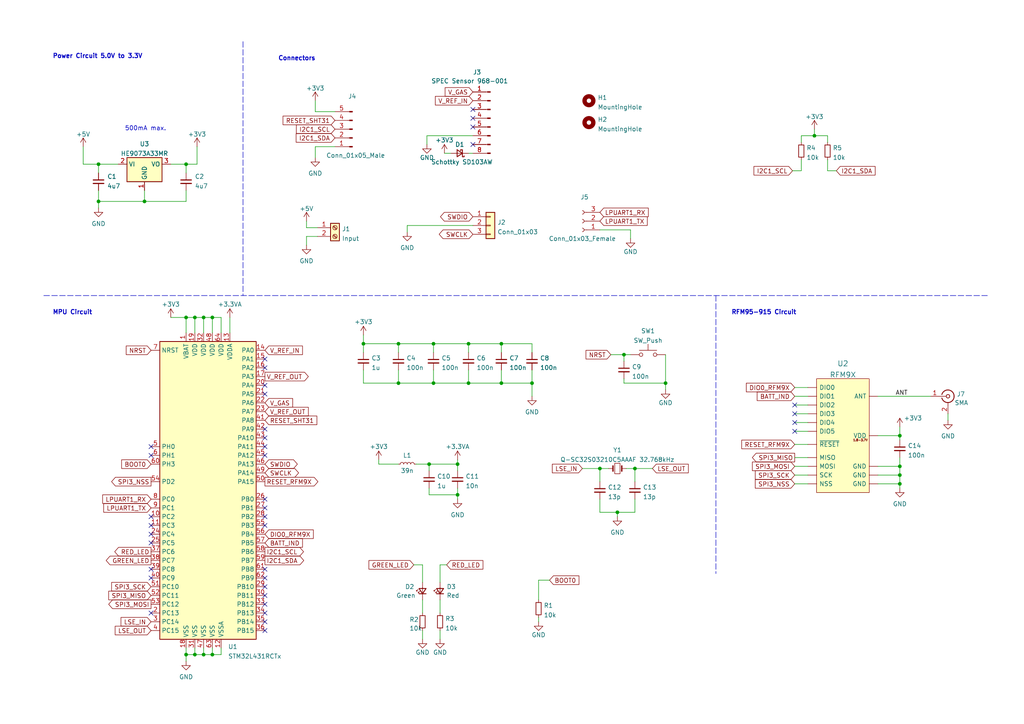
<source format=kicad_sch>
(kicad_sch (version 20211123) (generator eeschema)
  (paper "A4")
  (title_block (title "Diseño PCB Nodo Sensor Version 2.0") (date "2022-09-13") (company "UTEC"))
  (lib_symbols
    (symbol "Connector:Conn_01x03_Female" (pin_names (offset 1.016) hide)
      (property "Reference" "J" (at 0 5.08 0))
      (property "Value" "Conn_01x03_Female" (at 0 -5.08 0))
      (symbol "Conn_01x03_Female_1_1"
        (arc (start 0 -2.032) (mid -0.508 -2.54) (end 0 -3.048) (stroke (width 0.1524)))
        (polyline (pts (xy -1.27 -2.54) (xy -0.508 -2.54)) (stroke (width 0.1524)))
        (polyline (pts (xy -1.27 0) (xy -0.508 0)) (stroke (width 0.1524)))
        (polyline (pts (xy -1.27 2.54) (xy -0.508 2.54)) (stroke (width 0.1524)))
        (arc (start 0 0.508) (mid -0.508 0) (end 0 -0.508) (stroke (width 0.1524)))
        (arc (start 0 3.048) (mid -0.508 2.54) (end 0 2.032) (stroke (width 0.1524)))
        (pin passive line (at -5.08 2.54 0) (length 3.81) (name "Pin_1") (number "1"))
        (pin passive line (at -5.08 0 0) (length 3.81) (name "Pin_2") (number "2"))
        (pin passive line (at -5.08 -2.54 0) (length 3.81) (name "Pin_3") (number "3"))
      )
    )
    (symbol "Connector:Conn_01x05_Male" (pin_names (offset 1.016) hide)
      (property "Reference" "J" (at 0 7.62 0))
      (property "Value" "Conn_01x05_Male" (at 0 -7.62 0))
      (symbol "Conn_01x05_Male_1_1"
        (polyline (pts (xy 1.27 -5.08) (xy 0.8636 -5.08)) (stroke (width 0.1524)))
        (polyline (pts (xy 1.27 -2.54) (xy 0.8636 -2.54)) (stroke (width 0.1524)))
        (polyline (pts (xy 1.27 0) (xy 0.8636 0)) (stroke (width 0.1524)))
        (polyline (pts (xy 1.27 2.54) (xy 0.8636 2.54)) (stroke (width 0.1524)))
        (polyline (pts (xy 1.27 5.08) (xy 0.8636 5.08)) (stroke (width 0.1524)))
        (rectangle (start 0.8636 -4.953) (end 0 -5.207) (stroke (width 0.1524)) (fill (type outline)))
        (rectangle (start 0.8636 -2.413) (end 0 -2.667) (stroke (width 0.1524)) (fill (type outline)))
        (rectangle (start 0.8636 0.127) (end 0 -0.127) (stroke (width 0.1524)) (fill (type outline)))
        (rectangle (start 0.8636 2.667) (end 0 2.413) (stroke (width 0.1524)) (fill (type outline)))
        (rectangle (start 0.8636 5.207) (end 0 4.953) (stroke (width 0.1524)) (fill (type outline)))
        (pin passive line (at 5.08 5.08 180) (length 3.81) (name "Pin_1") (number "1"))
        (pin passive line (at 5.08 2.54 180) (length 3.81) (name "Pin_2") (number "2"))
        (pin passive line (at 5.08 0 180) (length 3.81) (name "Pin_3") (number "3"))
        (pin passive line (at 5.08 -2.54 180) (length 3.81) (name "Pin_4") (number "4"))
        (pin passive line (at 5.08 -5.08 180) (length 3.81) (name "Pin_5") (number "5"))
      )
    )
    (symbol "Connector:Conn_01x08_Male" (pin_names (offset 1.016) hide)
      (property "Reference" "J" (at 0 10.16 0))
      (property "Value" "Conn_01x08_Male" (at 0 -12.7 0))
      (symbol "Conn_01x08_Male_1_1"
        (polyline (pts (xy 1.27 -10.16) (xy 0.8636 -10.16)) (stroke (width 0.1524)))
        (polyline (pts (xy 1.27 -7.62) (xy 0.8636 -7.62)) (stroke (width 0.1524)))
        (polyline (pts (xy 1.27 -5.08) (xy 0.8636 -5.08)) (stroke (width 0.1524)))
        (polyline (pts (xy 1.27 -2.54) (xy 0.8636 -2.54)) (stroke (width 0.1524)))
        (polyline (pts (xy 1.27 0) (xy 0.8636 0)) (stroke (width 0.1524)))
        (polyline (pts (xy 1.27 2.54) (xy 0.8636 2.54)) (stroke (width 0.1524)))
        (polyline (pts (xy 1.27 5.08) (xy 0.8636 5.08)) (stroke (width 0.1524)))
        (polyline (pts (xy 1.27 7.62) (xy 0.8636 7.62)) (stroke (width 0.1524)))
        (rectangle (start 0.8636 -10.033) (end 0 -10.287) (stroke (width 0.1524)) (fill (type outline)))
        (rectangle (start 0.8636 -7.493) (end 0 -7.747) (stroke (width 0.1524)) (fill (type outline)))
        (rectangle (start 0.8636 -4.953) (end 0 -5.207) (stroke (width 0.1524)) (fill (type outline)))
        (rectangle (start 0.8636 -2.413) (end 0 -2.667) (stroke (width 0.1524)) (fill (type outline)))
        (rectangle (start 0.8636 0.127) (end 0 -0.127) (stroke (width 0.1524)) (fill (type outline)))
        (rectangle (start 0.8636 2.667) (end 0 2.413) (stroke (width 0.1524)) (fill (type outline)))
        (rectangle (start 0.8636 5.207) (end 0 4.953) (stroke (width 0.1524)) (fill (type outline)))
        (rectangle (start 0.8636 7.747) (end 0 7.493) (stroke (width 0.1524)) (fill (type outline)))
        (pin passive line (at 5.08 7.62 180) (length 3.81) (name "Pin_1") (number "1"))
        (pin passive line (at 5.08 5.08 180) (length 3.81) (name "Pin_2") (number "2"))
        (pin passive line (at 5.08 2.54 180) (length 3.81) (name "Pin_3") (number "3"))
        (pin passive line (at 5.08 0 180) (length 3.81) (name "Pin_4") (number "4"))
        (pin passive line (at 5.08 -2.54 180) (length 3.81) (name "Pin_5") (number "5"))
        (pin passive line (at 5.08 -5.08 180) (length 3.81) (name "Pin_6") (number "6"))
        (pin passive line (at 5.08 -7.62 180) (length 3.81) (name "Pin_7") (number "7"))
        (pin passive line (at 5.08 -10.16 180) (length 3.81) (name "Pin_8") (number "8"))
      )
    )
    (symbol "Connector:Conn_Coaxial" (pin_names (offset 1.016) hide)
      (property "Reference" "J" (at 0.254 3.048 0))
      (property "Value" "Conn_Coaxial" (at 2.921 0 90))
      (symbol "Conn_Coaxial_0_1"
        (arc (start -1.778 -0.508) (mid 0.222 -1.808) (end 1.778 0) (stroke (width 0.254)))
        (polyline (pts (xy -2.54 0) (xy -0.508 0)))
        (polyline (pts (xy 0 -2.54) (xy 0 -1.778)))
        (circle (center 0 0) (radius 0.508) (stroke (width 0.2032)))
        (arc (start 1.778 0) (mid 0.222 1.8083) (end -1.778 0.508) (stroke (width 0.254)))
      )
      (symbol "Conn_Coaxial_1_1"
        (pin passive line (at -5.08 0 0) (length 2.54) (name "In") (number "1"))
        (pin passive line (at 0 -5.08 90) (length 2.54) (name "Ext") (number "2"))
      )
    )
    (symbol "Connector:Screw_Terminal_01x02" (pin_names (offset 1.016) hide)
      (property "Reference" "J" (at 0 2.54 0))
      (property "Value" "Screw_Terminal_01x02" (at 0 -5.08 0))
      (symbol "Screw_Terminal_01x02_1_1"
        (rectangle (start -1.27 1.27) (end 1.27 -3.81) (stroke (width 0.254)) (fill (type background)))
        (circle (center 0 -2.54) (radius 0.635) (stroke (width 0.1524)))
        (polyline (pts (xy -0.5334 -2.2098) (xy 0.3302 -3.048)) (stroke (width 0.1524)))
        (polyline (pts (xy -0.5334 0.3302) (xy 0.3302 -0.508)) (stroke (width 0.1524)))
        (polyline (pts (xy -0.3556 -2.032) (xy 0.508 -2.8702)) (stroke (width 0.1524)))
        (polyline (pts (xy -0.3556 0.508) (xy 0.508 -0.3302)) (stroke (width 0.1524)))
        (circle (center 0 0) (radius 0.635) (stroke (width 0.1524)))
        (pin passive line (at -5.08 0 0) (length 3.81) (name "Pin_1") (number "1"))
        (pin passive line (at -5.08 -2.54 0) (length 3.81) (name "Pin_2") (number "2"))
      )
    )
    (symbol "Connector_Generic:Conn_01x03" (pin_names (offset 1.016) hide)
      (property "Reference" "J" (at 0 5.08 0))
      (property "Value" "Conn_01x03" (at 0 -5.08 0))
      (symbol "Conn_01x03_1_1"
        (rectangle (start -1.27 -2.413) (end 0 -2.667) (stroke (width 0.1524)))
        (rectangle (start -1.27 0.127) (end 0 -0.127) (stroke (width 0.1524)))
        (rectangle (start -1.27 2.667) (end 0 2.413) (stroke (width 0.1524)))
        (rectangle (start -1.27 3.81) (end 1.27 -3.81) (stroke (width 0.254)) (fill (type background)))
        (pin passive line (at -5.08 2.54 0) (length 3.81) (name "Pin_1") (number "1"))
        (pin passive line (at -5.08 0 0) (length 3.81) (name "Pin_2") (number "2"))
        (pin passive line (at -5.08 -2.54 0) (length 3.81) (name "Pin_3") (number "3"))
      )
    )
    (symbol "Device:C_Small" (pin_numbers hide) (pin_names (offset 0.254) hide)
      (property "Reference" "C" (at 0.254 1.778 0))
      (property "Value" "C_Small" (at 0.254 -2.032 0))
      (symbol "C_Small_0_1"
        (polyline (pts (xy -1.524 -0.508) (xy 1.524 -0.508)) (stroke (width 0.3302)))
        (polyline (pts (xy -1.524 0.508) (xy 1.524 0.508)) (stroke (width 0.3048)))
      )
      (symbol "C_Small_1_1"
        (pin passive line (at 0 2.54 270) (length 2.032) (name "~") (number "1"))
        (pin passive line (at 0 -2.54 90) (length 2.032) (name "~") (number "2"))
      )
    )
    (symbol "Device:Crystal_Small" (pin_numbers hide) (pin_names (offset 1.016) hide)
      (property "Reference" "Y" (at 0 2.54 0))
      (property "Value" "Crystal_Small" (at 0 -2.54 0))
      (symbol "Crystal_Small_0_1"
        (rectangle (start -0.762 -1.524) (end 0.762 1.524))
        (polyline (pts (xy -1.27 -0.762) (xy -1.27 0.762)) (stroke (width 0.381)))
        (polyline (pts (xy 1.27 -0.762) (xy 1.27 0.762)) (stroke (width 0.381)))
      )
      (symbol "Crystal_Small_1_1"
        (pin passive line (at -2.54 0 0) (length 1.27) (name "1") (number "1"))
        (pin passive line (at 2.54 0 180) (length 1.27) (name "2") (number "2"))
      )
    )
    (symbol "Device:D_Schottky_Small" (pin_numbers hide) (pin_names (offset 0.254) hide)
      (property "Reference" "D" (at -1.27 2.032 0))
      (property "Value" "D_Schottky_Small" (at -7.112 -2.032 0))
      (symbol "D_Schottky_Small_0_1"
        (polyline (pts (xy -0.762 0) (xy 0.762 0)))
        (polyline (pts (xy 0.762 -1.016) (xy -0.762 0) (xy 0.762 1.016) (xy 0.762 -1.016)) (stroke (width 0.254)))
        (polyline (pts (xy -1.27 0.762) (xy -1.27 1.016) (xy -0.762 1.016) (xy -0.762 -1.016) (xy -0.254 -1.016) (xy -0.254 -0.762)) (stroke (width 0.254)))
      )
      (symbol "D_Schottky_Small_1_1"
        (pin passive line (at -2.54 0 0) (length 1.778) (name "K") (number "1"))
        (pin passive line (at 2.54 0 180) (length 1.778) (name "A") (number "2"))
      )
    )
    (symbol "Device:LED_Small" (pin_numbers hide) (pin_names (offset 0.254) hide)
      (property "Reference" "D" (at -1.27 3.175 0))
      (property "Value" "LED_Small" (at -4.445 -2.54 0))
      (symbol "LED_Small_0_1"
        (polyline (pts (xy -0.762 -1.016) (xy -0.762 1.016)) (stroke (width 0.254)))
        (polyline (pts (xy 1.016 0) (xy -0.762 0)))
        (polyline (pts (xy 0.762 -1.016) (xy -0.762 0) (xy 0.762 1.016) (xy 0.762 -1.016)) (stroke (width 0.254)))
        (polyline (pts (xy 0 0.762) (xy -0.508 1.27) (xy -0.254 1.27) (xy -0.508 1.27) (xy -0.508 1.016)))
        (polyline (pts (xy 0.508 1.27) (xy 0 1.778) (xy 0.254 1.778) (xy 0 1.778) (xy 0 1.524)))
      )
      (symbol "LED_Small_1_1"
        (pin passive line (at -2.54 0 0) (length 1.778) (name "K") (number "1"))
        (pin passive line (at 2.54 0 180) (length 1.778) (name "A") (number "2"))
      )
    )
    (symbol "Device:L_Small" (pin_numbers hide) (pin_names (offset 0.254) hide)
      (property "Reference" "L" (at 0.762 1.016 0))
      (property "Value" "L_Small" (at 0.762 -1.016 0))
      (symbol "L_Small_0_1"
        (arc (start 0 -2.032) (mid 0.508 -1.524) (end 0 -1.016))
        (arc (start 0 -1.016) (mid 0.508 -0.508) (end 0 0))
        (arc (start 0 0) (mid 0.508 0.508) (end 0 1.016))
        (arc (start 0 1.016) (mid 0.508 1.524) (end 0 2.032))
      )
      (symbol "L_Small_1_1"
        (pin passive line (at 0 2.54 270) (length 0.508) (name "~") (number "1"))
        (pin passive line (at 0 -2.54 90) (length 0.508) (name "~") (number "2"))
      )
    )
    (symbol "Device:R_Small" (pin_numbers hide) (pin_names (offset 0.254) hide)
      (property "Reference" "R" (at 0.762 0.508 0))
      (property "Value" "R_Small" (at 0.762 -1.016 0))
      (symbol "R_Small_0_1"
        (rectangle (start -0.762 1.778) (end 0.762 -1.778) (stroke (width 0.2032)))
      )
      (symbol "R_Small_1_1"
        (pin passive line (at 0 2.54 270) (length 0.762) (name "~") (number "1"))
        (pin passive line (at 0 -2.54 90) (length 0.762) (name "~") (number "2"))
      )
    )
    (symbol "MCU_ST_STM32L4:STM32L431RCTx"
      (property "Reference" "U" (at -15.24 44.45 0))
      (property "Value" "STM32L431RCTx" (at 7.62 44.45 0))
      (symbol "STM32L431RCTx_0_1"
        (rectangle (start -15.24 -43.18) (end 12.7 43.18) (stroke (width 0.254)) (fill (type background)))
      )
      (symbol "STM32L431RCTx_1_1"
        (pin power_in line (at -7.62 45.72 270) (length 2.54) (name "VBAT") (number "1"))
        (pin bidirectional line (at -17.78 -7.62 0) (length 2.54) (name "PC2") (number "10"))
        (pin bidirectional line (at -17.78 -10.16 0) (length 2.54) (name "PC3") (number "11"))
        (pin power_in line (at 2.54 -45.72 90) (length 2.54) (name "VSSA") (number "12"))
        (pin power_in line (at 5.08 45.72 270) (length 2.54) (name "VDDA") (number "13"))
        (pin bidirectional line (at 15.24 40.64 180) (length 2.54) (name "PA0") (number "14"))
        (pin bidirectional line (at 15.24 38.1 180) (length 2.54) (name "PA1") (number "15"))
        (pin bidirectional line (at 15.24 35.56 180) (length 2.54) (name "PA2") (number "16"))
        (pin bidirectional line (at 15.24 33.02 180) (length 2.54) (name "PA3") (number "17"))
        (pin power_in line (at -7.62 -45.72 90) (length 2.54) (name "VSS") (number "18"))
        (pin power_in line (at -5.08 45.72 270) (length 2.54) (name "VDD") (number "19"))
        (pin bidirectional line (at -17.78 -35.56 0) (length 2.54) (name "PC13") (number "2"))
        (pin bidirectional line (at 15.24 30.48 180) (length 2.54) (name "PA4") (number "20"))
        (pin bidirectional line (at 15.24 27.94 180) (length 2.54) (name "PA5") (number "21"))
        (pin bidirectional line (at 15.24 25.4 180) (length 2.54) (name "PA6") (number "22"))
        (pin bidirectional line (at 15.24 22.86 180) (length 2.54) (name "PA7") (number "23"))
        (pin bidirectional line (at -17.78 -12.7 0) (length 2.54) (name "PC4") (number "24"))
        (pin bidirectional line (at -17.78 -15.24 0) (length 2.54) (name "PC5") (number "25"))
        (pin bidirectional line (at 15.24 -2.54 180) (length 2.54) (name "PB0") (number "26"))
        (pin bidirectional line (at 15.24 -5.08 180) (length 2.54) (name "PB1") (number "27"))
        (pin bidirectional line (at 15.24 -7.62 180) (length 2.54) (name "PB2") (number "28"))
        (pin bidirectional line (at 15.24 -27.94 180) (length 2.54) (name "PB10") (number "29"))
        (pin bidirectional line (at -17.78 -38.1 0) (length 2.54) (name "PC14") (number "3"))
        (pin bidirectional line (at 15.24 -30.48 180) (length 2.54) (name "PB11") (number "30"))
        (pin power_in line (at -5.08 -45.72 90) (length 2.54) (name "VSS") (number "31"))
        (pin power_in line (at -2.54 45.72 270) (length 2.54) (name "VDD") (number "32"))
        (pin bidirectional line (at 15.24 -33.02 180) (length 2.54) (name "PB12") (number "33"))
        (pin bidirectional line (at 15.24 -35.56 180) (length 2.54) (name "PB13") (number "34"))
        (pin bidirectional line (at 15.24 -38.1 180) (length 2.54) (name "PB14") (number "35"))
        (pin bidirectional line (at 15.24 -40.64 180) (length 2.54) (name "PB15") (number "36"))
        (pin bidirectional line (at -17.78 -17.78 0) (length 2.54) (name "PC6") (number "37"))
        (pin bidirectional line (at -17.78 -20.32 0) (length 2.54) (name "PC7") (number "38"))
        (pin bidirectional line (at -17.78 -22.86 0) (length 2.54) (name "PC8") (number "39"))
        (pin bidirectional line (at -17.78 -40.64 0) (length 2.54) (name "PC15") (number "4"))
        (pin bidirectional line (at -17.78 -25.4 0) (length 2.54) (name "PC9") (number "40"))
        (pin bidirectional line (at 15.24 20.32 180) (length 2.54) (name "PA8") (number "41"))
        (pin bidirectional line (at 15.24 17.78 180) (length 2.54) (name "PA9") (number "42"))
        (pin bidirectional line (at 15.24 15.24 180) (length 2.54) (name "PA10") (number "43"))
        (pin bidirectional line (at 15.24 12.7 180) (length 2.54) (name "PA11") (number "44"))
        (pin bidirectional line (at 15.24 10.16 180) (length 2.54) (name "PA12") (number "45"))
        (pin bidirectional line (at 15.24 7.62 180) (length 2.54) (name "PA13") (number "46"))
        (pin power_in line (at -2.54 -45.72 90) (length 2.54) (name "VSS") (number "47"))
        (pin power_in line (at 0 45.72 270) (length 2.54) (name "VDD") (number "48"))
        (pin bidirectional line (at 15.24 5.08 180) (length 2.54) (name "PA14") (number "49"))
        (pin input line (at -17.78 12.7 0) (length 2.54) (name "PH0") (number "5"))
        (pin bidirectional line (at 15.24 2.54 180) (length 2.54) (name "PA15") (number "50"))
        (pin bidirectional line (at -17.78 -27.94 0) (length 2.54) (name "PC10") (number "51"))
        (pin bidirectional line (at -17.78 -30.48 0) (length 2.54) (name "PC11") (number "52"))
        (pin bidirectional line (at -17.78 -33.02 0) (length 2.54) (name "PC12") (number "53"))
        (pin bidirectional line (at -17.78 2.54 0) (length 2.54) (name "PD2") (number "54"))
        (pin bidirectional line (at 15.24 -10.16 180) (length 2.54) (name "PB3") (number "55"))
        (pin bidirectional line (at 15.24 -12.7 180) (length 2.54) (name "PB4") (number "56"))
        (pin bidirectional line (at 15.24 -15.24 180) (length 2.54) (name "PB5") (number "57"))
        (pin bidirectional line (at 15.24 -17.78 180) (length 2.54) (name "PB6") (number "58"))
        (pin bidirectional line (at 15.24 -20.32 180) (length 2.54) (name "PB7") (number "59"))
        (pin input line (at -17.78 10.16 0) (length 2.54) (name "PH1") (number "6"))
        (pin bidirectional line (at -17.78 7.62 0) (length 2.54) (name "PH3") (number "60"))
        (pin bidirectional line (at 15.24 -22.86 180) (length 2.54) (name "PB8") (number "61"))
        (pin bidirectional line (at 15.24 -25.4 180) (length 2.54) (name "PB9") (number "62"))
        (pin power_in line (at 0 -45.72 90) (length 2.54) (name "VSS") (number "63"))
        (pin power_in line (at 2.54 45.72 270) (length 2.54) (name "VDD") (number "64"))
        (pin input line (at -17.78 40.64 0) (length 2.54) (name "NRST") (number "7"))
        (pin bidirectional line (at -17.78 -2.54 0) (length 2.54) (name "PC0") (number "8"))
        (pin bidirectional line (at -17.78 -5.08 0) (length 2.54) (name "PC1") (number "9"))
      )
    )
    (symbol "Mechanical:MountingHole" (pin_names (offset 1.016))
      (property "Reference" "H" (at 0 5.08 0))
      (property "Value" "MountingHole" (at 0 3.175 0))
      (symbol "MountingHole_0_1"
        (circle (center 0 0) (radius 1.27) (stroke (width 1.27)))
      )
    )
    (symbol "RFM9X:RFM9X" (pin_numbers hide) (pin_names (offset 0.762))
      (property "Reference" "U" (at 0 -17.78 0))
      (property "Value" "RFM9X" (at 0 17.78 0))
      (symbol "RFM9X_0_0"
        (text "1.8-3.7V" (at 5.08 -1.27 0) (effects (font (size 0.6096 0.6096))))
      )
      (symbol "RFM9X_0_1"
        (rectangle (start -7.62 16.51) (end 7.62 -16.51) (fill (type background)))
      )
      (symbol "RFM9X_1_1"
        (pin power_in line (at 10.16 -8.89 180) (length 2.54) (name "GND") (number "1"))
        (pin bidirectional line (at -10.16 11.43 0) (length 2.54) (name "DIO1") (number "10"))
        (pin bidirectional line (at -10.16 13.97 0) (length 2.54) (name "DIO0") (number "11"))
        (pin power_in line (at 10.16 0 180) (length 2.54) (name "VDD") (number "12"))
        (pin bidirectional line (at -10.16 3.81 0) (length 2.54) (name "DIO4") (number "13"))
        (pin bidirectional line (at -10.16 6.35 0) (length 2.54) (name "DIO3") (number "14"))
        (pin power_in line (at 10.16 -13.97 180) (length 2.54) (name "GND") (number "15"))
        (pin output line (at 10.16 11.43 180) (length 2.54) (name "ANT") (number "16"))
        (pin output line (at -10.16 -6.35 0) (length 2.54) (name "MISO") (number "2"))
        (pin input line (at -10.16 -8.89 0) (length 2.54) (name "MOSI") (number "3"))
        (pin input line (at -10.16 -11.43 0) (length 2.54) (name "SCK") (number "4"))
        (pin input line (at -10.16 -13.97 0) (length 2.54) (name "NSS") (number "5"))
        (pin input line (at -10.16 -2.54 0) (length 2.54) (name "~{RESET}") (number "6"))
        (pin bidirectional line (at -10.16 1.27 0) (length 2.54) (name "DIO5") (number "7"))
        (pin power_in line (at 10.16 -11.43 180) (length 2.54) (name "GND") (number "8"))
        (pin bidirectional line (at -10.16 8.89 0) (length 2.54) (name "DIO2") (number "9"))
      )
    )
    (symbol "Regulator_Linear:MCP1754S-5002xCB"
      (property "Reference" "U?" (at 0 5.8715 0))
      (property "Value" "MCP1754S-5002xCB" (at 0 3.0964 0))
      (symbol "MCP1754S-5002xCB_0_1"
        (rectangle (start -5.08 -5.08) (end 5.08 1.905) (stroke (width 0.254)) (fill (type background)))
      )
      (symbol "MCP1754S-5002xCB_1_1"
        (pin power_in line (at 0 -7.62 90) (length 2.54) (name "GND") (number "1"))
        (pin power_in line (at -7.62 0 0) (length 2.54) (name "VI") (number "2"))
        (pin power_out line (at 7.62 0 180) (length 2.54) (name "VO") (number "3"))
      )
    )
    (symbol "Switch:SW_Push" (pin_numbers hide) (pin_names (offset 1.016) hide)
      (property "Reference" "SW" (at 1.27 2.54 0))
      (property "Value" "SW_Push" (at 0 -1.524 0))
      (symbol "SW_Push_0_1"
        (circle (center -2.032 0) (radius 0.508))
        (polyline (pts (xy 0 1.27) (xy 0 3.048)))
        (polyline (pts (xy 2.54 1.27) (xy -2.54 1.27)))
        (circle (center 2.032 0) (radius 0.508))
        (pin passive line (at -5.08 0 0) (length 2.54) (name "1") (number "1"))
        (pin passive line (at 5.08 0 180) (length 2.54) (name "2") (number "2"))
      )
    )
    (symbol "power:+3.3V" (power) (pin_names (offset 0))
      (property "Value" "+3.3V" (at 0 3.556 0))
      (symbol "+3.3V_0_1"
        (polyline (pts (xy -0.762 1.27) (xy 0 2.54)))
        (polyline (pts (xy 0 0) (xy 0 2.54)))
        (polyline (pts (xy 0 2.54) (xy 0.762 1.27)))
      )
      (symbol "+3.3V_1_1"
        (pin power_in line (at 0 0 90) (length 0) hide (name "+3V3") (number "1"))
      )
    )
    (symbol "power:+3.3VA" (power) (pin_names (offset 0))
      (property "Value" "+3.3VA" (at 0 3.556 0))
      (symbol "+3.3VA_0_1"
        (polyline (pts (xy -0.762 1.27) (xy 0 2.54)))
        (polyline (pts (xy 0 0) (xy 0 2.54)))
        (polyline (pts (xy 0 2.54) (xy 0.762 1.27)))
      )
      (symbol "+3.3VA_1_1"
        (pin power_in line (at 0 0 90) (length 0) hide (name "+3.3VA") (number "1"))
      )
    )
    (symbol "power:+3V3" (power) (pin_names (offset 0))
      (property "Value" "+3V3" (at 0 3.556 0))
      (symbol "+3V3_0_1"
        (polyline (pts (xy -0.762 1.27) (xy 0 2.54)))
        (polyline (pts (xy 0 0) (xy 0 2.54)))
        (polyline (pts (xy 0 2.54) (xy 0.762 1.27)))
      )
      (symbol "+3V3_1_1"
        (pin power_in line (at 0 0 90) (length 0) hide (name "+3V3") (number "1"))
      )
    )
    (symbol "power:+5V" (power) (pin_names (offset 0))
      (property "Value" "+5V" (at 0 3.556 0))
      (symbol "+5V_0_1"
        (polyline (pts (xy -0.762 1.27) (xy 0 2.54)))
        (polyline (pts (xy 0 0) (xy 0 2.54)))
        (polyline (pts (xy 0 2.54) (xy 0.762 1.27)))
      )
      (symbol "+5V_1_1"
        (pin power_in line (at 0 0 90) (length 0) hide (name "+5V") (number "1"))
      )
    )
    (symbol "power:GND" (power) (pin_names (offset 0))
      (property "Value" "GND" (at 0 -3.81 0))
      (symbol "GND_0_1"
        (polyline (pts (xy 0 0) (xy 0 -1.27) (xy 1.27 -1.27) (xy 0 -2.54) (xy -1.27 -1.27) (xy 0 -1.27)))
      )
      (symbol "GND_1_1"
        (pin power_in line (at 0 0 270) (length 0) hide (name "GND") (number "1"))
      )
    )
  )
  (junction (at 53.975 92.075))
  (junction (at 115.57 99.695))
  (junction (at 145.415 111.125))
  (junction (at 59.055 189.865))
  (junction (at 260.985 126.365))
  (junction (at 179.07 148.59))
  (junction (at 173.99 135.89))
  (junction (at 53.975 189.865))
  (junction (at 115.57 111.125))
  (junction (at 145.415 99.695))
  (junction (at 184.15 135.89))
  (junction (at 125.73 111.125))
  (junction (at 132.715 134.62))
  (junction (at 41.91 58.42))
  (junction (at 260.985 140.335))
  (junction (at 61.595 189.865))
  (junction (at 260.985 137.795))
  (junction (at 180.975 102.87))
  (junction (at 56.515 92.075))
  (junction (at 135.89 111.125))
  (junction (at 124.46 134.62))
  (junction (at 56.515 189.865))
  (junction (at 154.305 111.125))
  (junction (at 28.575 58.42))
  (junction (at 236.22 39.37))
  (junction (at 125.73 99.695))
  (junction (at 193.04 111.125))
  (junction (at 53.975 47.625))
  (junction (at 260.985 135.255))
  (junction (at 105.41 99.695))
  (junction (at 59.055 92.075))
  (junction (at 132.715 143.51))
  (junction (at 135.89 99.695))
  (junction (at 61.595 92.075))
  (junction (at 28.575 47.625))
  (no_connect (at 137.16 41.91))
  (no_connect (at 137.16 31.75))
  (no_connect (at 43.815 177.8))
  (no_connect (at 43.815 167.64))
  (no_connect (at 43.815 165.1))
  (no_connect (at 76.835 165.1))
  (no_connect (at 76.835 167.64))
  (no_connect (at 76.835 170.18))
  (no_connect (at 76.835 172.72))
  (no_connect (at 76.835 175.26))
  (no_connect (at 76.835 177.8))
  (no_connect (at 76.835 180.34))
  (no_connect (at 76.835 182.88))
  (no_connect (at 43.815 149.86))
  (no_connect (at 43.815 152.4))
  (no_connect (at 43.815 154.94))
  (no_connect (at 76.835 104.14))
  (no_connect (at 76.835 106.68))
  (no_connect (at 76.835 111.76))
  (no_connect (at 76.835 114.3))
  (no_connect (at 76.835 124.46))
  (no_connect (at 76.835 127))
  (no_connect (at 76.835 129.54))
  (no_connect (at 76.835 132.08))
  (no_connect (at 76.835 144.78))
  (no_connect (at 76.835 147.32))
  (no_connect (at 76.835 149.86))
  (no_connect (at 76.835 152.4))
  (no_connect (at 43.815 157.48))
  (no_connect (at 43.815 132.08))
  (no_connect (at 43.815 129.54))
  (no_connect (at 137.16 36.83))
  (no_connect (at 230.505 117.475))
  (no_connect (at 230.505 120.015))
  (no_connect (at 230.505 122.555))
  (no_connect (at 230.505 125.095))
  (no_connect (at 137.16 34.29))
  (wire (pts (xy 91.44 45.72) (xy 91.44 42.545)))
  (wire (pts (xy 109.855 133.35) (xy 109.855 134.62)))
  (wire (pts (xy 61.595 92.075) (xy 64.135 92.075)))
  (wire (pts (xy 124.46 143.51) (xy 132.715 143.51)))
  (wire (pts (xy 180.975 111.125) (xy 193.04 111.125)))
  (wire (pts (xy 184.15 139.7) (xy 184.15 135.89)))
  (wire (pts (xy 193.04 102.87) (xy 193.04 111.125)))
  (wire (pts (xy 260.985 132.715) (xy 260.985 135.255)))
  (wire (pts (xy 180.975 102.87) (xy 180.975 104.775)))
  (wire (pts (xy 53.975 55.245) (xy 53.975 58.42)))
  (wire (pts (xy 124.46 134.62) (xy 124.46 136.525)))
  (wire (pts (xy 88.9 68.58) (xy 92.075 68.58)))
  (wire (pts (xy 122.555 163.83) (xy 122.555 168.91)))
  (wire (pts (xy 132.715 141.605) (xy 132.715 143.51)))
  (wire (pts (xy 53.975 187.96) (xy 53.975 189.865)))
  (wire (pts (xy 120.015 163.83) (xy 122.555 163.83)))
  (wire (pts (xy 118.11 65.405) (xy 137.16 65.405)))
  (wire (pts (xy 115.57 102.235) (xy 115.57 99.695)))
  (wire (pts (xy 154.305 99.695) (xy 145.415 99.695)))
  (wire (pts (xy 168.91 135.89) (xy 173.99 135.89)))
  (wire (pts (xy 64.135 92.075) (xy 64.135 96.52)))
  (wire (pts (xy 57.15 42.545) (xy 57.15 47.625)))
  (wire (pts (xy 260.985 137.795) (xy 260.985 140.335)))
  (wire (pts (xy 41.91 58.42) (xy 28.575 58.42)))
  (wire (pts (xy 184.15 144.78) (xy 184.15 148.59)))
  (wire (pts (xy 274.955 121.92) (xy 274.955 120.015)))
  (wire (pts (xy 109.855 134.62) (xy 115.57 134.62)))
  (wire (pts (xy 125.73 99.695) (xy 115.57 99.695)))
  (polyline (pts (xy 70.485 12.065) (xy 70.485 85.725)))
  (wire (pts (xy 61.595 92.075) (xy 61.595 96.52)))
  (wire (pts (xy 135.89 107.315) (xy 135.89 111.125)))
  (wire (pts (xy 173.99 144.78) (xy 173.99 148.59)))
  (wire (pts (xy 240.03 39.37) (xy 236.22 39.37)))
  (wire (pts (xy 59.055 92.075) (xy 61.595 92.075)))
  (wire (pts (xy 64.135 189.865) (xy 61.595 189.865)))
  (wire (pts (xy 180.975 109.855) (xy 180.975 111.125)))
  (wire (pts (xy 135.89 44.45) (xy 137.16 44.45)))
  (wire (pts (xy 53.975 47.625) (xy 57.15 47.625)))
  (wire (pts (xy 127.635 168.91) (xy 127.635 163.83)))
  (wire (pts (xy 53.975 189.865) (xy 53.975 191.77)))
  (wire (pts (xy 230.505 117.475) (xy 234.315 117.475)))
  (wire (pts (xy 64.135 187.96) (xy 64.135 189.865)))
  (wire (pts (xy 132.715 134.62) (xy 132.715 136.525)))
  (wire (pts (xy 260.985 127.635) (xy 260.985 126.365)))
  (wire (pts (xy 230.505 120.015) (xy 234.315 120.015)))
  (wire (pts (xy 230.505 132.715) (xy 234.315 132.715)))
  (wire (pts (xy 56.515 92.075) (xy 56.515 96.52)))
  (wire (pts (xy 132.715 133.35) (xy 132.715 134.62)))
  (wire (pts (xy 240.03 49.53) (xy 240.03 46.355)))
  (wire (pts (xy 115.57 107.315) (xy 115.57 111.125)))
  (wire (pts (xy 127.635 173.99) (xy 127.635 177.8)))
  (wire (pts (xy 260.985 126.365) (xy 260.985 123.825)))
  (wire (pts (xy 105.41 97.155) (xy 105.41 99.695)))
  (wire (pts (xy 254.635 140.335) (xy 260.985 140.335)))
  (wire (pts (xy 59.055 92.075) (xy 59.055 96.52)))
  (wire (pts (xy 122.555 182.88) (xy 122.555 185.42)))
  (wire (pts (xy 59.055 189.865) (xy 56.515 189.865)))
  (wire (pts (xy 88.9 64.135) (xy 88.9 66.04)))
  (wire (pts (xy 154.305 107.315) (xy 154.305 111.125)))
  (wire (pts (xy 232.41 41.275) (xy 232.41 39.37)))
  (wire (pts (xy 156.21 168.275) (xy 159.385 168.275)))
  (wire (pts (xy 28.575 58.42) (xy 28.575 60.325)))
  (wire (pts (xy 88.9 71.12) (xy 88.9 68.58)))
  (wire (pts (xy 230.505 135.255) (xy 234.315 135.255)))
  (wire (pts (xy 173.99 135.89) (xy 173.99 139.7)))
  (wire (pts (xy 91.44 42.545) (xy 97.155 42.545)))
  (wire (pts (xy 123.825 39.37) (xy 137.16 39.37)))
  (wire (pts (xy 135.89 99.695) (xy 125.73 99.695)))
  (wire (pts (xy 145.415 102.235) (xy 145.415 99.695)))
  (wire (pts (xy 232.41 49.53) (xy 232.41 46.355)))
  (wire (pts (xy 254.635 114.935) (xy 269.875 114.935)))
  (wire (pts (xy 124.46 141.605) (xy 124.46 143.51)))
  (wire (pts (xy 53.975 92.075) (xy 53.975 96.52)))
  (wire (pts (xy 254.635 135.255) (xy 260.985 135.255)))
  (wire (pts (xy 120.65 134.62) (xy 124.46 134.62)))
  (wire (pts (xy 230.505 125.095) (xy 234.315 125.095)))
  (wire (pts (xy 56.515 189.865) (xy 53.975 189.865)))
  (wire (pts (xy 118.11 67.31) (xy 118.11 65.405)))
  (wire (pts (xy 230.505 140.335) (xy 234.315 140.335)))
  (wire (pts (xy 24.13 47.625) (xy 28.575 47.625)))
  (polyline (pts (xy 207.645 85.725) (xy 207.645 166.37)))
  (wire (pts (xy 135.89 111.125) (xy 125.73 111.125)))
  (wire (pts (xy 28.575 55.245) (xy 28.575 58.42)))
  (wire (pts (xy 115.57 111.125) (xy 105.41 111.125)))
  (wire (pts (xy 230.505 122.555) (xy 234.315 122.555)))
  (wire (pts (xy 24.13 42.545) (xy 24.13 47.625)))
  (wire (pts (xy 184.15 135.89) (xy 189.23 135.89)))
  (wire (pts (xy 260.985 140.335) (xy 260.985 141.605)))
  (wire (pts (xy 145.415 111.125) (xy 135.89 111.125)))
  (wire (pts (xy 115.57 99.695) (xy 105.41 99.695)))
  (wire (pts (xy 122.555 173.99) (xy 122.555 177.8)))
  (wire (pts (xy 91.44 32.385) (xy 97.155 32.385)))
  (wire (pts (xy 179.07 148.59) (xy 179.07 149.86)))
  (wire (pts (xy 132.715 143.51) (xy 132.715 144.78)))
  (polyline (pts (xy 12.7 85.725) (xy 286.385 85.725)))
  (wire (pts (xy 232.41 39.37) (xy 236.22 39.37)))
  (wire (pts (xy 105.41 107.315) (xy 105.41 111.125)))
  (wire (pts (xy 184.15 148.59) (xy 179.07 148.59)))
  (wire (pts (xy 91.44 29.21) (xy 91.44 32.385)))
  (wire (pts (xy 182.88 66.675) (xy 182.88 69.215)))
  (wire (pts (xy 156.21 179.07) (xy 156.21 180.34)))
  (wire (pts (xy 176.53 135.89) (xy 173.99 135.89)))
  (wire (pts (xy 230.505 128.905) (xy 234.315 128.905)))
  (wire (pts (xy 145.415 99.695) (xy 135.89 99.695)))
  (wire (pts (xy 135.89 102.235) (xy 135.89 99.695)))
  (wire (pts (xy 180.975 102.87) (xy 182.88 102.87)))
  (wire (pts (xy 105.41 99.695) (xy 105.41 102.235)))
  (wire (pts (xy 56.515 187.96) (xy 56.515 189.865)))
  (wire (pts (xy 127.635 163.83) (xy 129.54 163.83)))
  (wire (pts (xy 49.53 47.625) (xy 53.975 47.625)))
  (wire (pts (xy 154.305 111.125) (xy 154.305 114.935)))
  (wire (pts (xy 88.9 66.04) (xy 92.075 66.04)))
  (wire (pts (xy 154.305 102.235) (xy 154.305 99.695)))
  (wire (pts (xy 254.635 126.365) (xy 260.985 126.365)))
  (wire (pts (xy 61.595 189.865) (xy 59.055 189.865)))
  (wire (pts (xy 59.055 187.96) (xy 59.055 189.865)))
  (wire (pts (xy 230.505 112.395) (xy 234.315 112.395)))
  (wire (pts (xy 41.91 55.245) (xy 41.91 58.42)))
  (wire (pts (xy 125.73 111.125) (xy 115.57 111.125)))
  (wire (pts (xy 125.73 102.235) (xy 125.73 99.695)))
  (wire (pts (xy 173.99 148.59) (xy 179.07 148.59)))
  (wire (pts (xy 53.975 47.625) (xy 53.975 50.165)))
  (wire (pts (xy 28.575 47.625) (xy 28.575 50.165)))
  (wire (pts (xy 242.57 49.53) (xy 240.03 49.53)))
  (wire (pts (xy 230.505 114.935) (xy 234.315 114.935)))
  (wire (pts (xy 53.975 92.075) (xy 56.515 92.075)))
  (wire (pts (xy 123.825 41.91) (xy 123.825 39.37)))
  (wire (pts (xy 230.505 137.795) (xy 234.315 137.795)))
  (wire (pts (xy 193.04 111.125) (xy 193.04 113.03)))
  (wire (pts (xy 145.415 107.315) (xy 145.415 111.125)))
  (wire (pts (xy 254.635 137.795) (xy 260.985 137.795)))
  (wire (pts (xy 240.03 41.275) (xy 240.03 39.37)))
  (wire (pts (xy 229.87 49.53) (xy 232.41 49.53)))
  (wire (pts (xy 236.22 39.37) (xy 236.22 37.465)))
  (wire (pts (xy 173.99 66.675) (xy 182.88 66.675)))
  (wire (pts (xy 49.53 92.075) (xy 53.975 92.075)))
  (wire (pts (xy 53.975 58.42) (xy 41.91 58.42)))
  (wire (pts (xy 260.985 135.255) (xy 260.985 137.795)))
  (wire (pts (xy 156.21 168.275) (xy 156.21 173.99)))
  (wire (pts (xy 132.715 134.62) (xy 124.46 134.62)))
  (wire (pts (xy 127.635 182.88) (xy 127.635 185.42)))
  (wire (pts (xy 128.905 44.45) (xy 130.81 44.45)))
  (wire (pts (xy 125.73 107.315) (xy 125.73 111.125)))
  (wire (pts (xy 177.165 102.87) (xy 180.975 102.87)))
  (wire (pts (xy 181.61 135.89) (xy 184.15 135.89)))
  (wire (pts (xy 61.595 187.96) (xy 61.595 189.865)))
  (wire (pts (xy 154.305 111.125) (xy 145.415 111.125)))
  (wire (pts (xy 66.675 92.075) (xy 66.675 96.52)))
  (wire (pts (xy 28.575 47.625) (xy 34.29 47.625)))
  (wire (pts (xy 56.515 92.075) (xy 59.055 92.075)))
  (text "RFM95-915 Circuit" (at 212.09 91.44 0) (effects (font (size 1.27 1.27) (thickness 0.254) bold) (justify left bottom)))
  (text "500mA max." (at 36.195 38.1 0) (effects (font (size 1.27 1.27)) (justify left bottom)))
  (text "MPU Circuit" (at 15.24 91.44 0) (effects (font (size 1.27 1.27) (thickness 0.254) bold) (justify left bottom)))
  (text "Connectors" (at 80.645 17.78 0) (effects (font (size 1.27 1.27) (thickness 0.254) bold) (justify left bottom)))
  (text "Power Circuit 5.0V to 3.3V" (at 15.24 17.145 0) (effects (font (size 1.27 1.27) (thickness 0.254) bold) (justify left bottom)))
  (label "ANT" (at 259.715 114.935 0))
  (global_label "LSE_IN" (shape input) (at 43.815 180.34 180) (property "Intersheet References" "${INTERSHEET_REFS}" (effects hide)))
  (global_label "GREEN_LED" (shape input) (at 120.015 163.83 180) (property "Intersheet References" "${INTERSHEET_REFS}" (effects hide)))
  (global_label "V_REF_IN" (shape input) (at 137.16 29.21 180) (property "Intersheet References" "${INTERSHEET_REFS}" (effects hide)))
  (global_label "I2C1_SCL" (shape input) (at 97.155 37.465 180) (property "Intersheet References" "${INTERSHEET_REFS}" (effects hide)))
  (global_label "V_GAS" (shape input) (at 137.16 26.67 180) (property "Intersheet References" "${INTERSHEET_REFS}" (effects hide)))
  (global_label "RESET_SHT31" (shape input) (at 97.155 34.925 180) (property "Intersheet References" "${INTERSHEET_REFS}" (effects hide)))
  (global_label "LPUART1_RX" (shape input) (at 43.815 144.78 180) (property "Intersheet References" "${INTERSHEET_REFS}" (effects hide)))
  (global_label "RESET_RFM9X" (shape input) (at 230.505 128.905 180) (property "Intersheet References" "${INTERSHEET_REFS}" (effects hide)))
  (global_label "BATT_IND" (shape input) (at 76.835 157.48 0) (property "Intersheet References" "${INTERSHEET_REFS}" (effects hide)))
  (global_label "SWCLK" (shape bidirectional) (at 137.16 67.945 180) (property "Intersheet References" "${INTERSHEET_REFS}" (effects hide)))
  (global_label "NRST" (shape input) (at 43.815 101.6 180) (property "Intersheet References" "${INTERSHEET_REFS}" (effects hide)))
  (global_label "I2C1_SDA" (shape output) (at 76.835 162.56 0) (property "Intersheet References" "${INTERSHEET_REFS}" (effects hide)))
  (global_label "SPI3_NSS" (shape input) (at 230.505 140.335 180) (property "Intersheet References" "${INTERSHEET_REFS}" (effects hide)))
  (global_label "RED_LED" (shape input) (at 129.54 163.83 0) (property "Intersheet References" "${INTERSHEET_REFS}" (effects hide)))
  (global_label "I2C1_SCL" (shape output) (at 76.835 160.02 0) (property "Intersheet References" "${INTERSHEET_REFS}" (effects hide)))
  (global_label "I2C1_SCL" (shape input) (at 229.87 49.53 180) (property "Intersheet References" "${INTERSHEET_REFS}" (effects hide)))
  (global_label "V_GAS" (shape input) (at 76.835 116.84 0) (property "Intersheet References" "${INTERSHEET_REFS}" (effects hide)))
  (global_label "SWDIO" (shape bidirectional) (at 76.835 134.62 0) (property "Intersheet References" "${INTERSHEET_REFS}" (effects hide)))
  (global_label "BOOT0" (shape input) (at 159.385 168.275 0) (property "Intersheet References" "${INTERSHEET_REFS}" (effects hide)))
  (global_label "LPUART1_TX" (shape input) (at 43.815 147.32 180) (property "Intersheet References" "${INTERSHEET_REFS}" (effects hide)))
  (global_label "SPI3_SCK" (shape input) (at 230.505 137.795 180) (property "Intersheet References" "${INTERSHEET_REFS}" (effects hide)))
  (global_label "BOOT0" (shape input) (at 43.815 134.62 180) (property "Intersheet References" "${INTERSHEET_REFS}" (effects hide)))
  (global_label "SPI3_SCK" (shape input) (at 43.815 170.18 180) (property "Intersheet References" "${INTERSHEET_REFS}" (effects hide)))
  (global_label "GREEN_LED" (shape output) (at 43.815 162.56 180) (property "Intersheet References" "${INTERSHEET_REFS}" (effects hide)))
  (global_label "SPI3_MOSI" (shape output) (at 43.815 175.26 180) (property "Intersheet References" "${INTERSHEET_REFS}" (effects hide)))
  (global_label "SPI3_MISO" (shape output) (at 230.505 132.715 180) (property "Intersheet References" "${INTERSHEET_REFS}" (effects hide)))
  (global_label "RED_LED" (shape output) (at 43.815 160.02 180) (property "Intersheet References" "${INTERSHEET_REFS}" (effects hide)))
  (global_label "DIO0_RFM9X" (shape input) (at 76.835 154.94 0) (property "Intersheet References" "${INTERSHEET_REFS}" (effects hide)))
  (global_label "RESET_SHT31" (shape input) (at 76.835 121.92 0) (property "Intersheet References" "${INTERSHEET_REFS}" (effects hide)))
  (global_label "LSE_IN" (shape input) (at 168.91 135.89 180) (property "Intersheet References" "${INTERSHEET_REFS}" (effects hide)))
  (global_label "SWDIO" (shape bidirectional) (at 137.16 62.865 180) (property "Intersheet References" "${INTERSHEET_REFS}" (effects hide)))
  (global_label "RESET_RFM9X" (shape output) (at 76.835 139.7 0) (property "Intersheet References" "${INTERSHEET_REFS}" (effects hide)))
  (global_label "NRST" (shape input) (at 177.165 102.87 180) (property "Intersheet References" "${INTERSHEET_REFS}" (effects hide)))
  (global_label "LPUART1_RX" (shape input) (at 173.99 61.595 0) (property "Intersheet References" "${INTERSHEET_REFS}" (effects hide)))
  (global_label "LSE_OUT" (shape input) (at 43.815 182.88 180) (property "Intersheet References" "${INTERSHEET_REFS}" (effects hide)))
  (global_label "DIO0_RFM9X" (shape input) (at 230.505 112.395 180) (property "Intersheet References" "${INTERSHEET_REFS}" (effects hide)))
  (global_label "LSE_OUT" (shape input) (at 189.23 135.89 0) (property "Intersheet References" "${INTERSHEET_REFS}" (effects hide)))
  (global_label "SPI3_MISO" (shape input) (at 43.815 172.72 180) (property "Intersheet References" "${INTERSHEET_REFS}" (effects hide)))
  (global_label "LPUART1_TX" (shape input) (at 173.99 64.135 0) (property "Intersheet References" "${INTERSHEET_REFS}" (effects hide)))
  (global_label "SPI3_NSS" (shape output) (at 43.815 139.7 180) (property "Intersheet References" "${INTERSHEET_REFS}" (effects hide)))
  (global_label "SWCLK" (shape bidirectional) (at 76.835 137.16 0) (property "Intersheet References" "${INTERSHEET_REFS}" (effects hide)))
  (global_label "BATT_IND" (shape input) (at 230.505 114.935 180) (property "Intersheet References" "${INTERSHEET_REFS}" (effects hide)))
  (global_label "I2C1_SDA" (shape input) (at 242.57 49.53 0) (property "Intersheet References" "${INTERSHEET_REFS}" (effects hide)))
  (global_label "V_REF_IN" (shape input) (at 76.835 101.6 0) (property "Intersheet References" "${INTERSHEET_REFS}" (effects hide)))
  (global_label "SPI3_MOSI" (shape input) (at 230.505 135.255 180) (property "Intersheet References" "${INTERSHEET_REFS}" (effects hide)))
  (global_label "I2C1_SDA" (shape input) (at 97.155 40.005 180) (property "Intersheet References" "${INTERSHEET_REFS}" (effects hide)))
  (global_label "V_REF_OUT" (shape output) (at 76.835 109.22 0) (property "Intersheet References" "${INTERSHEET_REFS}" (effects hide)))
  (global_label "V_REF_OUT" (shape input) (at 76.835 119.38 0) (property "Intersheet References" "${INTERSHEET_REFS}" (effects hide)))
  (symbol (lib_id "power:GND") (at 118.11 67.31 0) (unit 1)
    (property "Reference" "#PWR014" (effects hide))
    (property "Value" "GND" (at 118.11 71.8725 0))
  )
  (symbol (lib_id "power:GND") (at 182.88 69.215 0) (unit 1)
    (property "Reference" "#PWR029" (effects hide))
    (property "Value" "GND" (at 182.88 73.025 0))
  )
  (symbol (lib_id "Device:R_Small") (at 122.555 180.34 0) (unit 1)
    (property "Reference" "R2" (at 118.745 179.705 0) (effects (justify left)))
    (property "Value" "10k" (at 118.745 182.245 0) (effects (justify left)))
    (property "Footprint" "Resistor_SMD:R_0805_2012Metric" (effects hide))
    (property "LCSC Part #" "C21190" (effects hide))
  )
  (symbol (lib_id "power:+3.3V") (at 128.905 44.45 0) (unit 1)
    (property "Reference" "#PWR017" (effects hide))
    (property "Value" "+3.3V" (at 128.905 40.64 0))
  )
  (symbol (lib_id "power:+3.3V") (at 260.985 123.825 0) (unit 1)
    (property "Reference" "#PWR0104" (effects hide))
    (property "Value" "+3.3V" (at 264.795 121.285 0))
  )
  (symbol (lib_id "Regulator_Linear:MCP1754S-5002xCB") (at 41.91 47.625 0) (unit 1)
    (property "Reference" "U3" (at 41.91 41.7535 0))
    (property "Value" "HE9073A33MR" (at 41.91 44.5286 0))
    (property "Footprint" "Package_TO_SOT_SMD:SOT-23" (effects hide))
    (property "Datasheet" "https://datasheet.lcsc.com/lcsc/2201242130_HEERMICR-HE9073A33MR_C723793.pdf" (effects hide))
  )
  (symbol (lib_id "power:GND") (at 28.575 60.325 0) (unit 1)
    (property "Reference" "#PWR0107" (effects hide))
    (property "Value" "GND" (at 28.575 64.8875 0))
  )
  (symbol (lib_id "power:GND") (at 132.715 144.78 0) (unit 1)
    (property "Reference" "#PWR025" (effects hide))
    (property "Value" "GND" (at 132.715 149.3425 0))
  )
  (symbol (lib_id "Device:R_Small") (at 232.41 43.815 0) (unit 1)
    (property "Reference" "R4" (at 233.9086 42.9065 0) (effects (justify left)))
    (property "Value" "10k" (at 233.9086 45.6816 0) (effects (justify left)))
    (property "Footprint" "Resistor_SMD:R_0805_2012Metric" (effects hide))
    (property "LCSC Part #" "C21190" (effects hide))
  )
  (symbol (lib_id "power:+3.3VA") (at 66.675 92.075 0) (unit 1)
    (property "Reference" "#PWR020" (effects hide))
    (property "Value" "+3.3VA" (at 66.675 88.265 0))
  )
  (symbol (lib_id "Device:R_Small") (at 127.635 180.34 0) (unit 1)
    (property "Reference" "R3" (at 129.1336 179.4315 0) (effects (justify left)))
    (property "Value" "10k" (at 129.1336 182.2066 0) (effects (justify left)))
    (property "Footprint" "Resistor_SMD:R_0805_2012Metric" (effects hide))
    (property "LCSC Part #" "C21190" (effects hide))
  )
  (symbol (lib_id "Connector:Conn_Coaxial") (at 274.955 114.935 0) (unit 1)
    (property "Reference" "J7" (at 277.495 114.3197 0) (effects (justify left)))
    (property "Value" "SMA" (at 276.86 116.84 0) (effects (justify left)))
    (property "Footprint" "Connector_Coaxial:SMA_Samtec_SMA-J-P-X-ST-EM1_EdgeMount" (effects hide))
    (property "Datasheet" " ~" (effects hide))
  )
  (symbol (lib_id "Device:LED_Small") (at 122.555 171.45 90) (unit 1)
    (property "Reference" "D2" (at 117.475 170.18 90) (effects (justify right)))
    (property "Value" "Green" (at 114.935 172.72 90) (effects (justify right)))
    (property "Footprint" "LED_SMD:LED_0603_1608Metric" (effects hide))
    (property "LCSC Part #" "C118334" (effects hide))
  )
  (symbol (lib_id "RFM9X:RFM9X") (at 244.475 126.365 0) (unit 1)
    (property "Reference" "U2" (at 244.475 105.4511 0) (effects (font (size 1.524 1.524))))
    (property "Value" "RFM9X" (at 244.475 108.7301 0) (effects (font (size 1.524 1.524))))
    (property "Footprint" "LoRa_RFM9x:RFM9X-SMD" (effects hide))
    (property "LCSC Part #" "C2844473" (effects hide))
  )
  (symbol (lib_id "MCU_ST_STM32L4:STM32L431RCTx") (at 61.595 142.24 0) (unit 1)
    (property "Reference" "U1" (at 66.1544 187.5695 0) (effects (justify left)))
    (property "Value" "STM32L431RCTx" (at 66.1544 190.3446 0) (effects (justify left)))
    (property "Footprint" "Package_QFP:LQFP-64_10x10mm_P0.5mm" (effects hide))
    (property "Datasheet" "http://www.st.com/st-web-ui/static/active/en/resource/technical/document/datasheet/DM00257211.pdf" (effects hide))
    (property "LCSC Part #" "C92468" (effects hide))
  )
  (symbol (lib_id "Device:C_Small") (at 173.99 142.24 0) (unit 1)
    (property "Reference" "C12" (at 176.3141 141.3378 0) (effects (justify left)))
    (property "Value" "13p" (at 176.3141 144.1129 0) (effects (justify left)))
    (property "Footprint" "Capacitor_SMD:C_0402_1005Metric" (effects hide))
    (property "LCSC Part #" "C48936" (effects hide))
  )
  (symbol (lib_id "power:GND") (at 260.985 141.605 0) (unit 1)
    (property "Reference" "#PWR0103" (effects hide))
    (property "Value" "GND" (at 260.985 146.1675 0))
  )
  (symbol (lib_id "Device:C_Small") (at 135.89 104.775 0) (unit 1)
    (property "Reference" "C6" (at 138.2141 103.8728 0) (effects (justify left)))
    (property "Value" "100n" (at 138.2141 106.6479 0) (effects (justify left)))
    (property "Footprint" "Capacitor_SMD:C_0402_1005Metric" (effects hide))
    (property "LCSC Part #" "C307331" (effects hide))
  )
  (symbol (lib_id "Mechanical:MountingHole") (at 170.815 35.56 0) (unit 1)
    (property "Reference" "H2" (at 173.355 34.6515 0) (effects (justify left)))
    (property "Value" "MountingHole" (at 173.355 37.4266 0) (effects (justify left)))
    (property "Footprint" "MountingHole:MountingHole_2.2mm_M2_Pad" (effects hide))
  )
  (symbol (lib_id "power:+3.3V") (at 105.41 97.155 0) (unit 1)
    (property "Reference" "#PWR01" (effects hide))
    (property "Value" "+3.3V" (at 105.41 93.345 0))
  )
  (symbol (lib_id "Device:C_Small") (at 53.975 52.705 0) (unit 1)
    (property "Reference" "C2" (at 56.515 51.1999 0) (effects (justify left)))
    (property "Value" "4u7" (at 56.515 53.975 0) (effects (justify left)))
    (property "Footprint" "Capacitor_SMD:C_1206_3216Metric" (effects hide))
  )
  (symbol (lib_id "power:GND") (at 154.305 114.935 0) (unit 1)
    (property "Reference" "#PWR03" (effects hide))
    (property "Value" "GND" (at 154.305 119.4975 0))
  )
  (symbol (lib_id "Switch:SW_Push") (at 187.96 102.87 0) (unit 1)
    (property "Reference" "SW1" (at 187.96 95.9825 0))
    (property "Value" "SW_Push" (at 187.96 98.7576 0))
    (property "Footprint" "Button_Switch_SMD:SW_SPST_B3U-1000P" (effects hide))
    (property "LCSC Part #" "B3U-1000P" (effects hide))
  )
  (symbol (lib_id "Device:L_Small") (at 118.11 134.62 90) (unit 1)
    (property "Reference" "L1" (at 118.11 132.08 90))
    (property "Value" "39n" (at 118.11 136.525 90))
    (property "Footprint" "Inductor_SMD:L_0402_1005Metric" (effects hide))
    (property "LCSC Part #" "C335623" (effects hide))
  )
  (symbol (lib_id "Device:C_Small") (at 28.575 52.705 0) (unit 1)
    (property "Reference" "C1" (at 31.115 51.1999 0) (effects (justify left)))
    (property "Value" "4u7" (at 31.115 53.975 0) (effects (justify left)))
    (property "Footprint" "Capacitor_SMD:C_1206_3216Metric" (effects hide))
  )
  (symbol (lib_id "Device:C_Small") (at 105.41 104.775 0) (unit 1)
    (property "Reference" "C3" (at 107.7341 103.8728 0) (effects (justify left)))
    (property "Value" "1u" (at 107.7341 106.6479 0) (effects (justify left)))
    (property "Footprint" "Capacitor_SMD:C_0402_1005Metric" (effects hide))
    (property "LCSC Part #" "C52923" (effects hide))
  )
  (symbol (lib_id "power:GND") (at 274.955 121.92 0) (unit 1)
    (property "Reference" "#PWR028" (effects hide))
    (property "Value" "GND" (at 274.955 126.4825 0))
  )
  (symbol (lib_id "Device:R_Small") (at 240.03 43.815 0) (unit 1)
    (property "Reference" "R5" (at 241.5286 42.9065 0) (effects (justify left)))
    (property "Value" "10k" (at 241.5286 45.6816 0) (effects (justify left)))
    (property "Footprint" "Resistor_SMD:R_0805_2012Metric" (effects hide))
    (property "LCSC Part #" "C21190" (effects hide))
  )
  (symbol (lib_id "Device:C_Small") (at 184.15 142.24 0) (unit 1)
    (property "Reference" "C13" (at 186.4741 141.3378 0) (effects (justify left)))
    (property "Value" "13p" (at 186.4741 144.1129 0) (effects (justify left)))
    (property "Footprint" "Capacitor_SMD:C_0402_1005Metric" (effects hide))
    (property "LCSC Part #" "C48936" (effects hide))
  )
  (symbol (lib_id "Device:C_Small") (at 145.415 104.775 0) (unit 1)
    (property "Reference" "C7" (at 147.7391 103.8728 0) (effects (justify left)))
    (property "Value" "100n" (at 147.7391 106.6479 0) (effects (justify left)))
    (property "Footprint" "Capacitor_SMD:C_0402_1005Metric" (effects hide))
    (property "LCSC Part #" "C307331" (effects hide))
  )
  (symbol (lib_id "Connector:Conn_01x03_Female") (at 168.91 64.135 180) (unit 1)
    (property "Reference" "J5" (at 169.545 57.1713 0))
    (property "Value" "Conn_01x03_Female" (at 168.91 69.215 0))
    (property "Footprint" "Connector_PinSocket_2.54mm:PinSocket_1x03_P2.54mm_Horizontal" (effects hide))
  )
  (symbol (lib_id "power:GND") (at 91.44 45.72 0) (unit 1)
    (property "Reference" "#PWR0105" (effects hide))
    (property "Value" "GND" (at 91.44 50.2825 0))
  )
  (symbol (lib_id "Device:D_Schottky_Small") (at 133.35 44.45 180) (unit 1)
    (property "Reference" "D1" (at 133.35 41.91 0))
    (property "Value" "Schottky SD103AW" (at 133.985 46.99 0))
    (property "Footprint" "Diode_SMD:D_SOD-123" (effects hide))
    (property "LCSC Part #" "C191023" (effects hide))
  )
  (symbol (lib_id "power:GND") (at 179.07 149.86 0) (unit 1)
    (property "Reference" "#PWR07" (effects hide))
    (property "Value" "GND" (at 179.07 154.4225 0))
  )
  (symbol (lib_id "power:GND") (at 156.21 180.34 0) (unit 1)
    (property "Reference" "#PWR021" (effects hide))
    (property "Value" "GND" (at 156.21 184.15 0))
  )
  (symbol (lib_id "Connector:Screw_Terminal_01x02") (at 97.155 66.04 0) (unit 1)
    (property "Reference" "J1" (at 99.187 66.4015 0) (effects (justify left)))
    (property "Value" "Input" (at 99.187 69.1766 0) (effects (justify left)))
    (property "Footprint" "TerminalBlock:TerminalBlock_bornier-2_P5.08mm" (effects hide))
  )
  (symbol (lib_id "Connector:Conn_01x08_Male") (at 142.24 34.29 0) (mirror y) (unit 1)
    (property "Reference" "J3" (at 137.16 20.955 0) (effects (justify right)))
    (property "Value" "SPEC Sensor 968-001" (at 125.095 23.495 0) (effects (justify right)))
    (property "Footprint" "Connector_PinHeader_2.54mm:PinHeader_1x08_P2.54mm_Horizontal" (effects hide))
  )
  (symbol (lib_id "power:GND") (at 123.825 41.91 0) (unit 1)
    (property "Reference" "#PWR016" (effects hide))
    (property "Value" "GND" (at 123.825 45.72 0))
  )
  (symbol (lib_id "power:GND") (at 127.635 185.42 0) (unit 1)
    (property "Reference" "#PWR09" (effects hide))
    (property "Value" "GND" (at 127.635 189.23 0))
  )
  (symbol (lib_id "Device:C_Small") (at 180.975 107.315 0) (unit 1)
    (property "Reference" "C9" (at 183.2991 106.4128 0) (effects (justify left)))
    (property "Value" "100n" (at 183.2991 109.1879 0) (effects (justify left)))
    (property "Footprint" "Capacitor_SMD:C_0402_1005Metric" (effects hide))
    (property "LCSC Part #" "C307331" (effects hide))
  )
  (symbol (lib_id "Device:C_Small") (at 132.715 139.065 0) (unit 1)
    (property "Reference" "C11" (at 135.0391 138.1628 0) (effects (justify left)))
    (property "Value" "10n" (at 135.0391 140.9379 0) (effects (justify left)))
    (property "Footprint" "Capacitor_SMD:C_0402_1005Metric" (effects hide))
    (property "LCSC Part #" "C15195" (effects hide))
  )
  (symbol (lib_id "power:GND") (at 53.975 191.77 0) (unit 1)
    (property "Reference" "#PWR019" (effects hide))
    (property "Value" "GND" (at 53.975 196.3325 0))
  )
  (symbol (lib_id "power:GND") (at 193.04 113.03 0) (unit 1)
    (property "Reference" "#PWR012" (effects hide))
    (property "Value" "GND" (at 193.04 116.84 0))
  )
  (symbol (lib_id "power:+3.3V") (at 109.855 133.35 0) (unit 1)
    (property "Reference" "#PWR023" (effects hide))
    (property "Value" "+3.3V" (at 109.855 129.54 0))
  )
  (symbol (lib_id "Device:C_Small") (at 124.46 139.065 0) (unit 1)
    (property "Reference" "C10" (at 126.7841 138.1628 0) (effects (justify left)))
    (property "Value" "1u" (at 126.7841 140.9379 0) (effects (justify left)))
    (property "Footprint" "Capacitor_SMD:C_0402_1005Metric" (effects hide))
    (property "LCSC Part #" "C52923" (effects hide))
  )
  (symbol (lib_id "power:GND") (at 88.9 71.12 0) (unit 1)
    (property "Reference" "#PWR027" (effects hide))
    (property "Value" "GND" (at 88.9 75.6825 0))
  )
  (symbol (lib_id "Connector_Generic:Conn_01x03") (at 142.24 65.405 0) (unit 1)
    (property "Reference" "J2" (at 144.272 64.4965 0) (effects (justify left)))
    (property "Value" "Conn_01x03" (at 144.272 67.2716 0) (effects (justify left)))
    (property "Footprint" "Connector_PinSocket_2.54mm:PinSocket_1x03_P2.54mm_Vertical" (effects hide))
  )
  (symbol (lib_id "power:+3V3") (at 91.44 29.21 0) (unit 1)
    (property "Reference" "#PWR0102" (effects hide))
    (property "Value" "+3V3" (at 91.44 25.6055 0))
  )
  (symbol (lib_id "Device:R_Small") (at 156.21 176.53 0) (unit 1)
    (property "Reference" "R1" (at 157.7086 175.6215 0) (effects (justify left)))
    (property "Value" "10k" (at 157.7086 178.3966 0) (effects (justify left)))
    (property "Footprint" "Resistor_SMD:R_0805_2012Metric" (effects hide))
    (property "LCSC Part #" "C25744" (effects hide))
  )
  (symbol (lib_id "power:+5V") (at 24.13 42.545 0) (unit 1)
    (property "Reference" "#PWR0106" (effects hide))
    (property "Value" "+5V" (at 24.13 38.9405 0))
  )
  (symbol (lib_id "Connector:Conn_01x05_Male") (at 102.235 37.465 180) (unit 1)
    (property "Reference" "J4" (at 100.965 27.94 0) (effects (justify right)))
    (property "Value" "Conn_01x05_Male" (at 94.615 45.085 0) (effects (justify right)))
    (property "Footprint" "Connector_PinSocket_2.54mm:PinSocket_1x05_P2.54mm_Vertical" (effects hide))
  )
  (symbol (lib_id "Device:C_Small") (at 154.305 104.775 0) (unit 1)
    (property "Reference" "C8" (at 156.6291 103.8728 0) (effects (justify left)))
    (property "Value" "100n" (at 156.6291 106.6479 0) (effects (justify left)))
    (property "Footprint" "Capacitor_SMD:C_0402_1005Metric" (effects hide))
    (property "LCSC Part #" "C307331" (effects hide))
  )
  (symbol (lib_id "power:+3V3") (at 57.15 42.545 0) (unit 1)
    (property "Reference" "#PWR0101" (effects hide))
    (property "Value" "+3V3" (at 57.15 38.9405 0))
  )
  (symbol (lib_id "power:+3V3") (at 236.22 37.465 0) (unit 1)
    (property "Reference" "#PWR02" (effects hide))
    (property "Value" "+3V3" (at 236.22 33.8605 0))
  )
  (symbol (lib_id "Mechanical:MountingHole") (at 170.815 29.21 0) (unit 1)
    (property "Reference" "H1" (at 173.355 28.3015 0) (effects (justify left)))
    (property "Value" "MountingHole" (at 173.355 31.0766 0) (effects (justify left)))
    (property "Footprint" "MountingHole:MountingHole_2.2mm_M2_Pad" (effects hide))
  )
  (symbol (lib_id "power:+3.3V") (at 49.53 92.075 0) (unit 1)
    (property "Reference" "#PWR011" (effects hide))
    (property "Value" "+3.3V" (at 49.53 88.265 0))
  )
  (symbol (lib_id "power:+5V") (at 88.9 64.135 0) (unit 1)
    (property "Reference" "#PWR026" (effects hide))
    (property "Value" "+5V" (at 88.9 60.5305 0))
  )
  (symbol (lib_id "Device:C_Small") (at 115.57 104.775 0) (unit 1)
    (property "Reference" "C4" (at 117.8941 103.8728 0) (effects (justify left)))
    (property "Value" "100n" (at 117.8941 106.6479 0) (effects (justify left)))
    (property "Footprint" "Capacitor_SMD:C_0402_1005Metric" (effects hide))
    (property "LCSC Part #" "C307331" (effects hide))
  )
  (symbol (lib_id "Device:LED_Small") (at 127.635 171.45 90) (unit 1)
    (property "Reference" "D3" (at 129.54 170.18 90) (effects (justify right)))
    (property "Value" "Red" (at 129.54 172.72 90) (effects (justify right)))
    (property "Footprint" "LED_SMD:LED_0603_1608Metric" (effects hide))
    (property "LCSC Part #" "C118330" (effects hide))
  )
  (symbol (lib_id "power:GND") (at 122.555 185.42 0) (unit 1)
    (property "Reference" "#PWR08" (effects hide))
    (property "Value" "GND" (at 122.555 189.23 0))
  )
  (symbol (lib_id "Device:C_Small") (at 125.73 104.775 0) (unit 1)
    (property "Reference" "C5" (at 128.0541 103.8728 0) (effects (justify left)))
    (property "Value" "100n" (at 128.0541 106.6479 0) (effects (justify left)))
    (property "Footprint" "Capacitor_SMD:C_0402_1005Metric" (effects hide))
    (property "LCSC Part #" "C307331" (effects hide))
  )
  (symbol (lib_id "Device:C_Small") (at 260.985 130.175 0) (unit 1)
    (property "Reference" "C14" (at 263.3091 129.2728 0) (effects (justify left)))
    (property "Value" "100n" (at 263.3091 132.0479 0) (effects (justify left)))
    (property "Footprint" "Capacitor_SMD:C_0402_1005Metric" (effects hide))
    (property "LCSC Part #" "C307331" (effects hide))
  )
  (symbol (lib_id "Device:Crystal_Small") (at 179.07 135.89 180) (unit 1)
    (property "Reference" "Y1" (at 179.07 130.5265 0))
    (property "Value" "Q-SC32S03210C5AAAF 32.768kHz" (at 179.07 133.3016 0))
    (property "Footprint" "Crystal:Q13FC1350000400" (effects hide))
    (property "LCSC Part #" "C32346" (effects hide))
  )
  (symbol (lib_id "power:+3.3VA") (at 132.715 133.35 0) (unit 1)
    (property "Reference" "#PWR024" (effects hide))
    (property "Value" "+3.3VA" (at 132.715 129.54 0))
  )
)
</source>
